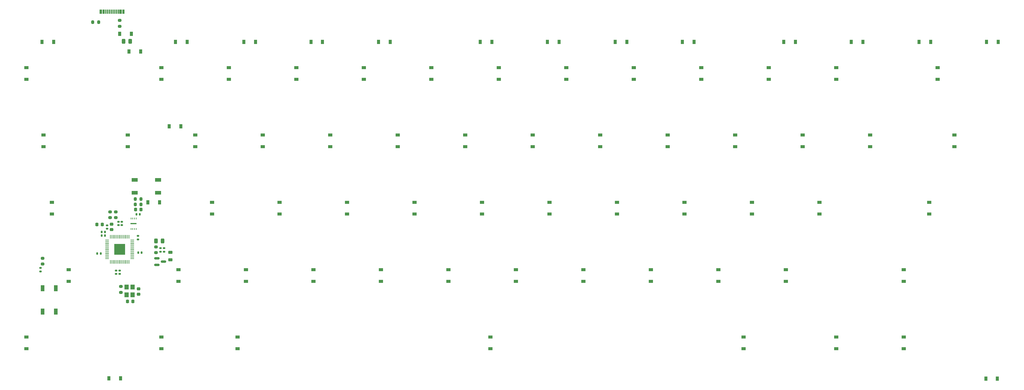
<source format=gbp>
G04 #@! TF.GenerationSoftware,KiCad,Pcbnew,(6.0.6-0)*
G04 #@! TF.CreationDate,2023-02-10T21:05:53+09:00*
G04 #@! TF.ProjectId,key-ripper,6b65792d-7269-4707-9065-722e6b696361,rev?*
G04 #@! TF.SameCoordinates,Original*
G04 #@! TF.FileFunction,Paste,Bot*
G04 #@! TF.FilePolarity,Positive*
%FSLAX46Y46*%
G04 Gerber Fmt 4.6, Leading zero omitted, Abs format (unit mm)*
G04 Created by KiCad (PCBNEW (6.0.6-0)) date 2023-02-10 21:05:53*
%MOMM*%
%LPD*%
G01*
G04 APERTURE LIST*
G04 Aperture macros list*
%AMRoundRect*
0 Rectangle with rounded corners*
0 $1 Rounding radius*
0 $2 $3 $4 $5 $6 $7 $8 $9 X,Y pos of 4 corners*
0 Add a 4 corners polygon primitive as box body*
4,1,4,$2,$3,$4,$5,$6,$7,$8,$9,$2,$3,0*
0 Add four circle primitives for the rounded corners*
1,1,$1+$1,$2,$3*
1,1,$1+$1,$4,$5*
1,1,$1+$1,$6,$7*
1,1,$1+$1,$8,$9*
0 Add four rect primitives between the rounded corners*
20,1,$1+$1,$2,$3,$4,$5,0*
20,1,$1+$1,$4,$5,$6,$7,0*
20,1,$1+$1,$6,$7,$8,$9,0*
20,1,$1+$1,$8,$9,$2,$3,0*%
G04 Aperture macros list end*
%ADD10R,1.200000X0.900000*%
%ADD11RoundRect,0.140000X0.140000X0.170000X-0.140000X0.170000X-0.140000X-0.170000X0.140000X-0.170000X0*%
%ADD12RoundRect,0.225000X0.250000X-0.225000X0.250000X0.225000X-0.250000X0.225000X-0.250000X-0.225000X0*%
%ADD13R,0.900000X1.200000*%
%ADD14RoundRect,0.225000X0.225000X0.250000X-0.225000X0.250000X-0.225000X-0.250000X0.225000X-0.250000X0*%
%ADD15RoundRect,0.140000X-0.170000X0.140000X-0.170000X-0.140000X0.170000X-0.140000X0.170000X0.140000X0*%
%ADD16RoundRect,0.150000X-0.587500X-0.150000X0.587500X-0.150000X0.587500X0.150000X-0.587500X0.150000X0*%
%ADD17RoundRect,0.218750X-0.381250X0.218750X-0.381250X-0.218750X0.381250X-0.218750X0.381250X0.218750X0*%
%ADD18RoundRect,0.200000X0.275000X-0.200000X0.275000X0.200000X-0.275000X0.200000X-0.275000X-0.200000X0*%
%ADD19R,0.300000X1.300000*%
%ADD20RoundRect,0.243750X0.243750X0.456250X-0.243750X0.456250X-0.243750X-0.456250X0.243750X-0.456250X0*%
%ADD21R,1.000000X1.700000*%
%ADD22RoundRect,0.140000X-0.140000X-0.170000X0.140000X-0.170000X0.140000X0.170000X-0.140000X0.170000X0*%
%ADD23RoundRect,0.225000X-0.225000X-0.250000X0.225000X-0.250000X0.225000X0.250000X-0.225000X0.250000X0*%
%ADD24RoundRect,0.200000X0.200000X0.275000X-0.200000X0.275000X-0.200000X-0.275000X0.200000X-0.275000X0*%
%ADD25RoundRect,0.200000X-0.275000X0.200000X-0.275000X-0.200000X0.275000X-0.200000X0.275000X0.200000X0*%
%ADD26RoundRect,0.140000X0.170000X-0.140000X0.170000X0.140000X-0.170000X0.140000X-0.170000X-0.140000X0*%
%ADD27R,0.280010X0.600000*%
%ADD28R,1.700000X0.300000*%
%ADD29RoundRect,0.243750X-0.243750X-0.456250X0.243750X-0.456250X0.243750X0.456250X-0.243750X0.456250X0*%
%ADD30R,1.200000X1.400000*%
%ADD31R,1.100000X0.200000*%
%ADD32R,0.200000X1.100000*%
%ADD33R,3.100000X3.100000*%
%ADD34R,1.700000X1.000000*%
%ADD35RoundRect,0.200000X-0.200000X-0.275000X0.200000X-0.275000X0.200000X0.275000X-0.200000X0.275000X0*%
%ADD36RoundRect,0.225000X-0.250000X0.225000X-0.250000X-0.225000X0.250000X-0.225000X0.250000X0.225000X0*%
G04 APERTURE END LIST*
D10*
X225862500Y-77525000D03*
X225862500Y-80825000D03*
X202050000Y-58475000D03*
X202050000Y-61775000D03*
D11*
X43255000Y-85925000D03*
X42295000Y-85925000D03*
D10*
X130612500Y-77525000D03*
X130612500Y-80825000D03*
D12*
X45100000Y-85275000D03*
X45100000Y-83725000D03*
D13*
X61350000Y-56000000D03*
X64650000Y-56000000D03*
X238150000Y-32200000D03*
X234850000Y-32200000D03*
X171450000Y-32200000D03*
X168150000Y-32200000D03*
X28750000Y-32200000D03*
X25450000Y-32200000D03*
D10*
X68700000Y-58475000D03*
X68700000Y-61775000D03*
D14*
X42475000Y-83800000D03*
X40925000Y-83800000D03*
D10*
X111562500Y-77525000D03*
X111562500Y-80825000D03*
X87750000Y-58475000D03*
X87750000Y-61775000D03*
D13*
X276350000Y-32200000D03*
X273050000Y-32200000D03*
D15*
X25000000Y-96120000D03*
X25000000Y-97080000D03*
D10*
X106800000Y-58475000D03*
X106800000Y-61775000D03*
D13*
X257150000Y-32200000D03*
X253850000Y-32200000D03*
D10*
X135375000Y-39425000D03*
X135375000Y-42725000D03*
D16*
X57837500Y-95250000D03*
X57837500Y-93350000D03*
X59712500Y-94300000D03*
D17*
X61712500Y-91662500D03*
X61712500Y-93787500D03*
D13*
X209550000Y-32200000D03*
X206250000Y-32200000D03*
D10*
X168712500Y-77525000D03*
X168712500Y-80825000D03*
X149662500Y-77525000D03*
X149662500Y-80825000D03*
D13*
X47350000Y-29900000D03*
X50650000Y-29900000D03*
X104650000Y-32200000D03*
X101350000Y-32200000D03*
D10*
X268725000Y-96575000D03*
X268725000Y-99875000D03*
D18*
X46250000Y-81875000D03*
X46250000Y-80225000D03*
X25600000Y-95025000D03*
X25600000Y-93375000D03*
D13*
X123750000Y-32200000D03*
X120450000Y-32200000D03*
D18*
X57625000Y-91800000D03*
X57625000Y-90150000D03*
D19*
X41892721Y-23577837D03*
X42692823Y-23577837D03*
X43992797Y-23577837D03*
X44992797Y-23577837D03*
X45492670Y-23577837D03*
X46492416Y-23577837D03*
X47792899Y-23577837D03*
X48592747Y-23577837D03*
X48292772Y-23577837D03*
X47492670Y-23577837D03*
X46992797Y-23577837D03*
X45992797Y-23577837D03*
X44492670Y-23577837D03*
X43492670Y-23577837D03*
X42992797Y-23577837D03*
X42192696Y-23577837D03*
D13*
X58625000Y-77500000D03*
X55325000Y-77500000D03*
D10*
X173475000Y-39425000D03*
X173475000Y-42725000D03*
D20*
X59487500Y-88500000D03*
X57612500Y-88500000D03*
D13*
X85750000Y-32200000D03*
X82450000Y-32200000D03*
X190550000Y-32200000D03*
X187250000Y-32200000D03*
X295350000Y-32200000D03*
X292050000Y-32200000D03*
D21*
X29324124Y-108424975D03*
X29325394Y-101825025D03*
X25624606Y-108424975D03*
X25624606Y-101825025D03*
D10*
X49650000Y-58475000D03*
X49650000Y-61775000D03*
X92512500Y-77525000D03*
X92512500Y-80825000D03*
X275868750Y-77525000D03*
X275868750Y-80825000D03*
X268725000Y-115625000D03*
X268725000Y-118925000D03*
X206812500Y-77525000D03*
X206812500Y-80825000D03*
X197287500Y-96575000D03*
X197287500Y-99875000D03*
X82987500Y-96575000D03*
X82987500Y-99875000D03*
D22*
X52615000Y-91805000D03*
X53575000Y-91805000D03*
D18*
X47725000Y-103000000D03*
X47725000Y-101350000D03*
D10*
X63937500Y-96575000D03*
X63937500Y-99875000D03*
X230625000Y-39425000D03*
X230625000Y-42725000D03*
D15*
X47375000Y-96825000D03*
X47375000Y-97785000D03*
D10*
X21075000Y-39425000D03*
X21075000Y-42725000D03*
D23*
X51825000Y-79600000D03*
X53375000Y-79600000D03*
D10*
X163950000Y-58475000D03*
X163950000Y-61775000D03*
X223481250Y-115625000D03*
X223481250Y-118925000D03*
D13*
X53300000Y-34900000D03*
X50000000Y-34900000D03*
D24*
X53425000Y-76600000D03*
X51775000Y-76600000D03*
D13*
X47650000Y-127300000D03*
X44350000Y-127300000D03*
D25*
X47400000Y-26075000D03*
X47400000Y-27725000D03*
D10*
X178237500Y-96575000D03*
X178237500Y-99875000D03*
X140137500Y-96575000D03*
X140137500Y-99875000D03*
D22*
X52120000Y-80900000D03*
X53080000Y-80900000D03*
D10*
X240150000Y-58475000D03*
X240150000Y-61775000D03*
D26*
X43800000Y-84980000D03*
X43800000Y-84020000D03*
D10*
X216337500Y-96575000D03*
X216337500Y-99875000D03*
X116325000Y-39425000D03*
X116325000Y-42725000D03*
X59175000Y-39425000D03*
X59175000Y-42725000D03*
X211575000Y-39425000D03*
X211575000Y-42725000D03*
D24*
X41425000Y-26600000D03*
X39775000Y-26600000D03*
D26*
X59900000Y-91480000D03*
X59900000Y-90520000D03*
D10*
X235387500Y-96575000D03*
X235387500Y-99875000D03*
X283012500Y-58475000D03*
X283012500Y-61775000D03*
X154425000Y-39425000D03*
X154425000Y-42725000D03*
D26*
X58900000Y-91480000D03*
X58900000Y-90520000D03*
D10*
X73462500Y-77525000D03*
X73462500Y-80825000D03*
X144900000Y-58475000D03*
X144900000Y-61775000D03*
X278250000Y-39425000D03*
X278250000Y-42725000D03*
X192525000Y-39425000D03*
X192525000Y-42725000D03*
D26*
X47975000Y-84005000D03*
X47975000Y-83045000D03*
D23*
X49550000Y-105575000D03*
X51100000Y-105575000D03*
D11*
X43255000Y-86925000D03*
X42295000Y-86925000D03*
X42005000Y-92055000D03*
X41045000Y-92055000D03*
D15*
X46375000Y-96825000D03*
X46375000Y-97785000D03*
D10*
X25837500Y-58475000D03*
X25837500Y-61775000D03*
D13*
X66450000Y-32200000D03*
X63150000Y-32200000D03*
D10*
X28218750Y-77525000D03*
X28218750Y-80825000D03*
D27*
X52050152Y-85095200D03*
X51550025Y-85095200D03*
X51050152Y-85095200D03*
X50550025Y-85095200D03*
X50550025Y-82080214D03*
X51050152Y-82080214D03*
X51550025Y-82080214D03*
X52050152Y-82080214D03*
D28*
X51300089Y-83587707D03*
D26*
X52575000Y-88025000D03*
X52575000Y-87065000D03*
D10*
X249675000Y-115625000D03*
X249675000Y-118925000D03*
D13*
X152450000Y-32200000D03*
X149150000Y-32200000D03*
D10*
X244912500Y-77525000D03*
X244912500Y-80825000D03*
X259200000Y-58475000D03*
X259200000Y-61775000D03*
D29*
X48462500Y-32000000D03*
X50337500Y-32000000D03*
D26*
X47045000Y-84005000D03*
X47045000Y-83045000D03*
D10*
X249675000Y-39425000D03*
X249675000Y-42725000D03*
X21075000Y-115625000D03*
X21075000Y-118925000D03*
X125850000Y-58475000D03*
X125850000Y-61775000D03*
D30*
X51050000Y-101500000D03*
X51050000Y-103700000D03*
X49350000Y-103700000D03*
X49350000Y-101500000D03*
D10*
X159187500Y-96575000D03*
X159187500Y-99875000D03*
X102037500Y-96575000D03*
X102037500Y-99875000D03*
X183000000Y-58475000D03*
X183000000Y-61775000D03*
X80606250Y-115625000D03*
X80606250Y-118925000D03*
D31*
X50925165Y-88224924D03*
X50925165Y-88624975D03*
X50925165Y-89025025D03*
X50925165Y-89425076D03*
X50925165Y-89824873D03*
X50925165Y-90224924D03*
X50925165Y-90624975D03*
X50925165Y-91025025D03*
X50925165Y-91425076D03*
X50925165Y-91824873D03*
X50925165Y-92224924D03*
X50925165Y-92624975D03*
X50925165Y-93025025D03*
X50925165Y-93425076D03*
D32*
X49974949Y-94375038D03*
X49575152Y-94375038D03*
X49175102Y-94375038D03*
X48775051Y-94375038D03*
X48375000Y-94375038D03*
X47974949Y-94375038D03*
X47575152Y-94375038D03*
X47175102Y-94375038D03*
X46775051Y-94375038D03*
X46375000Y-94375038D03*
X45974949Y-94375038D03*
X45575152Y-94375038D03*
X45175102Y-94375038D03*
X44775051Y-94375038D03*
D31*
X43824835Y-93425076D03*
X43824835Y-93025025D03*
X43824835Y-92624975D03*
X43824835Y-92224924D03*
X43824835Y-91824873D03*
X43824835Y-91425076D03*
X43824835Y-91025025D03*
X43824835Y-90624975D03*
X43824835Y-90224924D03*
X43824835Y-89824873D03*
X43824835Y-89425076D03*
X43824835Y-89025025D03*
X43824835Y-88624975D03*
X43824835Y-88224924D03*
D32*
X44775051Y-87274962D03*
X45175102Y-87274962D03*
X45575152Y-87274962D03*
X45974949Y-87274962D03*
X46375000Y-87274962D03*
X46775051Y-87274962D03*
X47175102Y-87274962D03*
X47575152Y-87274962D03*
X47974949Y-87274962D03*
X48375000Y-87274962D03*
X48775051Y-87274962D03*
X49175102Y-87274962D03*
X49575152Y-87274962D03*
X49974949Y-87274962D03*
D33*
X47375000Y-90824873D03*
D10*
X152043750Y-115625000D03*
X152043750Y-118925000D03*
X121087500Y-96575000D03*
X121087500Y-99875000D03*
D34*
X58199975Y-71150876D03*
X51600025Y-71149606D03*
X58199975Y-74850394D03*
X51600025Y-74850394D03*
D10*
X59175000Y-115625000D03*
X59175000Y-118925000D03*
D35*
X51775000Y-78100000D03*
X53425000Y-78100000D03*
D36*
X52725000Y-102000000D03*
X52725000Y-103550000D03*
D10*
X78225000Y-39425000D03*
X78225000Y-42725000D03*
X97275000Y-39425000D03*
X97275000Y-42725000D03*
X221100000Y-58475000D03*
X221100000Y-61775000D03*
D13*
X295150000Y-127400000D03*
X291850000Y-127400000D03*
D10*
X32981250Y-96575000D03*
X32981250Y-99875000D03*
X187762500Y-77525000D03*
X187762500Y-80825000D03*
D18*
X44650000Y-81875000D03*
X44650000Y-80225000D03*
M02*

</source>
